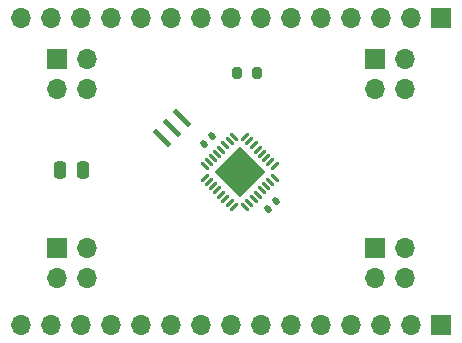
<source format=gts>
%TF.GenerationSoftware,KiCad,Pcbnew,7.0.8-7.0.8~ubuntu22.04.1*%
%TF.CreationDate,2023-11-12T15:46:44-08:00*%
%TF.ProjectId,comm_v0p6,636f6d6d-5f76-4307-9036-2e6b69636164,rev?*%
%TF.SameCoordinates,Original*%
%TF.FileFunction,Soldermask,Top*%
%TF.FilePolarity,Negative*%
%FSLAX46Y46*%
G04 Gerber Fmt 4.6, Leading zero omitted, Abs format (unit mm)*
G04 Created by KiCad (PCBNEW 7.0.8-7.0.8~ubuntu22.04.1) date 2023-11-12 15:46:44*
%MOMM*%
%LPD*%
G01*
G04 APERTURE LIST*
G04 Aperture macros list*
%AMRoundRect*
0 Rectangle with rounded corners*
0 $1 Rounding radius*
0 $2 $3 $4 $5 $6 $7 $8 $9 X,Y pos of 4 corners*
0 Add a 4 corners polygon primitive as box body*
4,1,4,$2,$3,$4,$5,$6,$7,$8,$9,$2,$3,0*
0 Add four circle primitives for the rounded corners*
1,1,$1+$1,$2,$3*
1,1,$1+$1,$4,$5*
1,1,$1+$1,$6,$7*
1,1,$1+$1,$8,$9*
0 Add four rect primitives between the rounded corners*
20,1,$1+$1,$2,$3,$4,$5,0*
20,1,$1+$1,$4,$5,$6,$7,0*
20,1,$1+$1,$6,$7,$8,$9,0*
20,1,$1+$1,$8,$9,$2,$3,0*%
%AMRotRect*
0 Rectangle, with rotation*
0 The origin of the aperture is its center*
0 $1 length*
0 $2 width*
0 $3 Rotation angle, in degrees counterclockwise*
0 Add horizontal line*
21,1,$1,$2,0,0,$3*%
G04 Aperture macros list end*
%ADD10RoundRect,0.250000X-0.250000X-0.475000X0.250000X-0.475000X0.250000X0.475000X-0.250000X0.475000X0*%
%ADD11R,1.700000X1.700000*%
%ADD12O,1.700000X1.700000*%
%ADD13RoundRect,0.200000X0.200000X0.275000X-0.200000X0.275000X-0.200000X-0.275000X0.200000X-0.275000X0*%
%ADD14RoundRect,0.140000X0.021213X-0.219203X0.219203X-0.021213X-0.021213X0.219203X-0.219203X0.021213X0*%
%ADD15RoundRect,0.062500X-0.309359X0.220971X0.220971X-0.309359X0.309359X-0.220971X-0.220971X0.309359X0*%
%ADD16RoundRect,0.062500X-0.309359X-0.220971X-0.220971X-0.309359X0.309359X0.220971X0.220971X0.309359X0*%
%ADD17RotRect,3.100000X3.100000X315.000000*%
%ADD18RoundRect,0.140000X-0.021213X0.219203X-0.219203X0.021213X0.021213X-0.219203X0.219203X-0.021213X0*%
%ADD19RotRect,0.400000X1.900000X225.000000*%
G04 APERTURE END LIST*
D10*
%TO.C,C3*%
X55529400Y-71628000D03*
X57429400Y-71628000D03*
%TD*%
D11*
%TO.C,J4*%
X55230000Y-62230000D03*
D12*
X57770000Y-62230000D03*
X55230000Y-64770000D03*
X57770000Y-64770000D03*
%TD*%
D11*
%TO.C,J6*%
X82230000Y-62230000D03*
D12*
X84770000Y-62230000D03*
X82230000Y-64770000D03*
X84770000Y-64770000D03*
%TD*%
D11*
%TO.C,J5*%
X55230000Y-78230000D03*
D12*
X57770000Y-78230000D03*
X55230000Y-80770000D03*
X57770000Y-80770000D03*
%TD*%
D11*
%TO.C,J7*%
X82230000Y-78230000D03*
D12*
X84770000Y-78230000D03*
X82230000Y-80770000D03*
X84770000Y-80770000D03*
%TD*%
D13*
%TO.C,R5*%
X72161400Y-63347600D03*
X70511400Y-63347600D03*
%TD*%
D12*
%TO.C,J1*%
X52220000Y-84700000D03*
X54760000Y-84700000D03*
X57300000Y-84700000D03*
X59840000Y-84700000D03*
X62380000Y-84700000D03*
X64920000Y-84700000D03*
X67460000Y-84700000D03*
X70000000Y-84700000D03*
X72540000Y-84700000D03*
X75080000Y-84700000D03*
X77620000Y-84700000D03*
X80160000Y-84700000D03*
X82700000Y-84700000D03*
X85240000Y-84700000D03*
D11*
X87780000Y-84700000D03*
%TD*%
D14*
%TO.C,C2*%
X73093089Y-74862611D03*
X73771911Y-74183789D03*
%TD*%
D11*
%TO.C,J2*%
X87780000Y-58750000D03*
D12*
X85240000Y-58750000D03*
X82700000Y-58750000D03*
X80160000Y-58750000D03*
X77620000Y-58750000D03*
X75080000Y-58750000D03*
X72540000Y-58750000D03*
X70000000Y-58750000D03*
X67460000Y-58750000D03*
X64920000Y-58750000D03*
X62380000Y-58750000D03*
X59840000Y-58750000D03*
X57300000Y-58750000D03*
X54760000Y-58750000D03*
X52220000Y-58750000D03*
%TD*%
D15*
%TO.C,U1*%
X70235764Y-68811090D03*
X69882211Y-69164644D03*
X69528657Y-69518197D03*
X69175104Y-69871751D03*
X68821551Y-70225304D03*
X68467997Y-70578857D03*
X68114444Y-70932411D03*
X67760890Y-71285964D03*
D16*
X67760890Y-72258236D03*
X68114444Y-72611789D03*
X68467997Y-72965343D03*
X68821551Y-73318896D03*
X69175104Y-73672449D03*
X69528657Y-74026003D03*
X69882211Y-74379556D03*
X70235764Y-74733110D03*
D15*
X71208036Y-74733110D03*
X71561589Y-74379556D03*
X71915143Y-74026003D03*
X72268696Y-73672449D03*
X72622249Y-73318896D03*
X72975803Y-72965343D03*
X73329356Y-72611789D03*
X73682910Y-72258236D03*
D16*
X73682910Y-71285964D03*
X73329356Y-70932411D03*
X72975803Y-70578857D03*
X72622249Y-70225304D03*
X72268696Y-69871751D03*
X71915143Y-69518197D03*
X71561589Y-69164644D03*
X71208036Y-68811090D03*
D17*
X70721900Y-71772100D03*
%TD*%
D18*
%TO.C,C1*%
X68391911Y-68724389D03*
X67713089Y-69403211D03*
%TD*%
D19*
%TO.C,Y1*%
X65818328Y-67167172D03*
X64969800Y-68015700D03*
X64121272Y-68864228D03*
%TD*%
M02*

</source>
